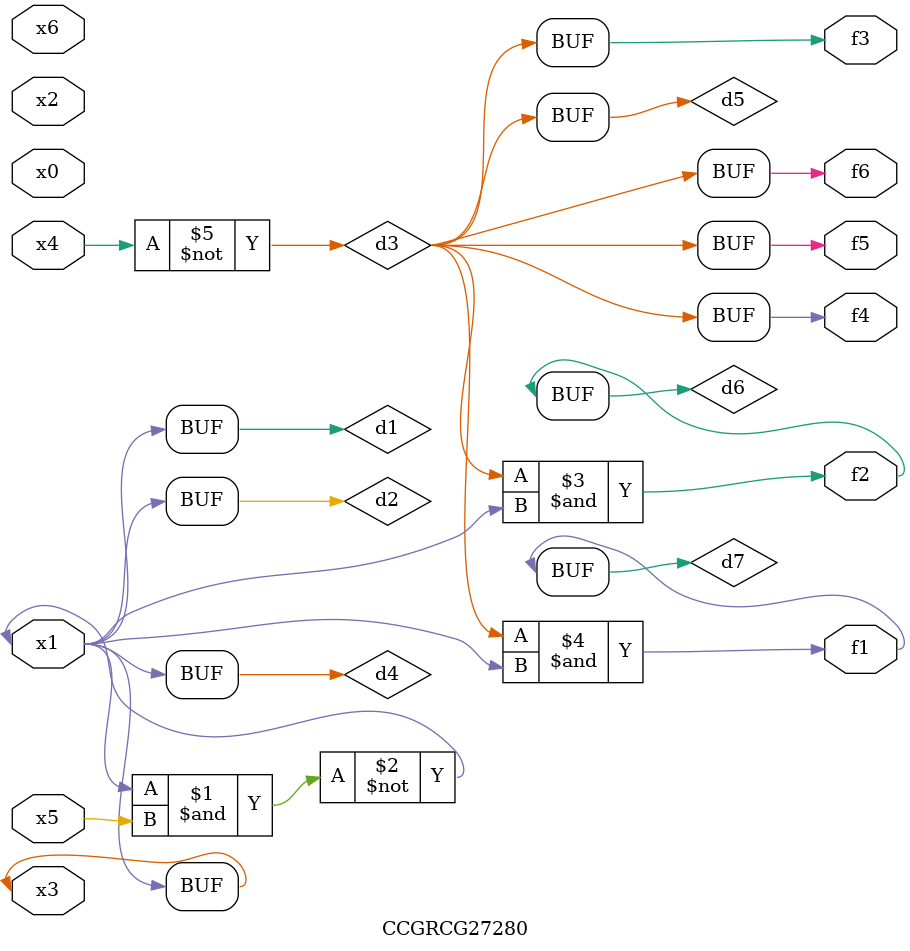
<source format=v>
module CCGRCG27280(
	input x0, x1, x2, x3, x4, x5, x6,
	output f1, f2, f3, f4, f5, f6
);

	wire d1, d2, d3, d4, d5, d6, d7;

	buf (d1, x1, x3);
	nand (d2, x1, x5);
	not (d3, x4);
	buf (d4, d1, d2);
	buf (d5, d3);
	and (d6, d3, d4);
	and (d7, d3, d4);
	assign f1 = d7;
	assign f2 = d6;
	assign f3 = d5;
	assign f4 = d5;
	assign f5 = d5;
	assign f6 = d5;
endmodule

</source>
